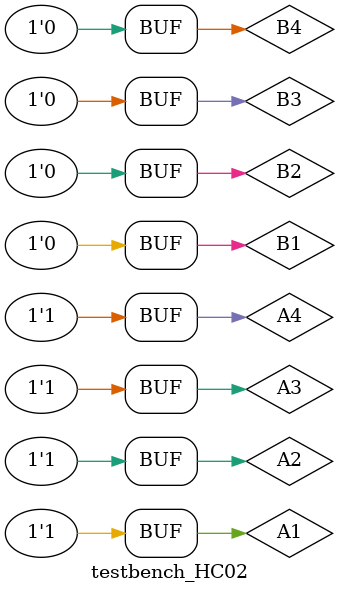
<source format=v>
`timescale 1ns/1ns
module testbench_HC02;
	reg A1, B1, A2, B2, A3, B3, A4, B4;			
	
	wire Y1, Y2, Y3, Y4;
	
	HC_02 test_HC_02(A1, B1, A2, B2, A3, B3, A4, B4, Y1, Y2, Y3, Y4);

	initial
		begin
			A1 = 0; B1 = 0; A2 = 0; B2 = 0; A3 = 0; B3 = 0; A4 = 0; B4 = 0;
			#20 B1 = 1; B2 = 1; B3 = 1; B4 = 1;
			#20 A1 = 1; A2 = 1; A3 = 1; A4 = 1;
			#20 B1 = 0; B2 = 0; B3 = 0; B4 = 0;
			
		end
		
endmodule
</source>
